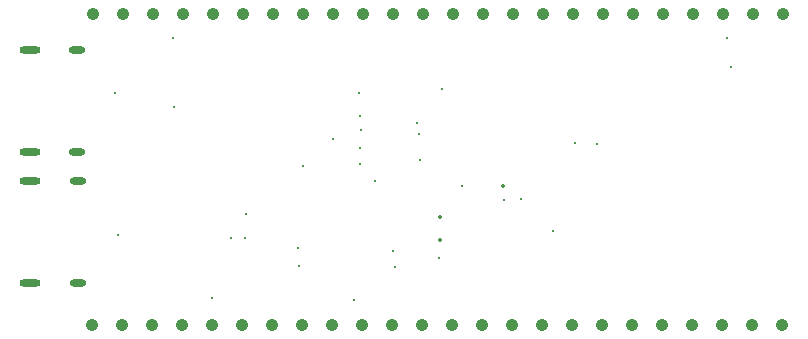
<source format=gbr>
%TF.GenerationSoftware,Altium Limited,Altium Designer,24.1.2 (44)*%
G04 Layer_Color=0*
%FSLAX45Y45*%
%MOMM*%
%TF.SameCoordinates,B732CBCC-E828-4C79-96F4-07D60C07BBD8*%
%TF.FilePolarity,Positive*%
%TF.FileFunction,Plated,1,2,PTH,Drill*%
%TF.Part,Single*%
G01*
G75*
%TA.AperFunction,ComponentDrill*%
%ADD78C,1.06680*%
%ADD79O,1.80000X0.60000*%
%ADD80O,1.40000X0.60000*%
%TA.AperFunction,ViaDrill,NotFilled*%
%ADD81C,0.35000*%
%ADD82C,0.32000*%
D78*
X714500Y2785000D02*
D03*
X968500D02*
D03*
X1222500D02*
D03*
X1476500D02*
D03*
X1730500D02*
D03*
X1984500D02*
D03*
X2238500D02*
D03*
X2492500D02*
D03*
X2746500D02*
D03*
X3000500D02*
D03*
X3254500D02*
D03*
X3508500D02*
D03*
X3762500D02*
D03*
X4016500D02*
D03*
X4270500D02*
D03*
X4524500D02*
D03*
X4778500D02*
D03*
X5032500D02*
D03*
X5286500D02*
D03*
X5540500D02*
D03*
X5794500D02*
D03*
X6048500D02*
D03*
X6302500D02*
D03*
X6556500D02*
D03*
X706500Y157500D02*
D03*
X960500D02*
D03*
X1214500D02*
D03*
X1468500D02*
D03*
X1722500D02*
D03*
X1976500D02*
D03*
X2230500D02*
D03*
X2484500D02*
D03*
X2738500D02*
D03*
X2992500D02*
D03*
X3246500D02*
D03*
X3500500D02*
D03*
X3754500D02*
D03*
X4008500D02*
D03*
X4262500D02*
D03*
X4516500D02*
D03*
X4770500D02*
D03*
X5024500D02*
D03*
X5278500D02*
D03*
X5532500D02*
D03*
X5786500D02*
D03*
X6040500D02*
D03*
X6294500D02*
D03*
X6548500D02*
D03*
D79*
X182500Y2484500D02*
D03*
Y1620500D02*
D03*
X187500Y1374000D02*
D03*
Y510000D02*
D03*
D80*
X582500Y2484500D02*
D03*
Y1620500D02*
D03*
X587500Y1374000D02*
D03*
Y510000D02*
D03*
D81*
X3655000Y1065000D02*
D03*
X3652500Y877500D02*
D03*
X4190000Y1335000D02*
D03*
D82*
X6115000Y2340002D02*
D03*
X2452500Y802500D02*
D03*
X2457500Y650000D02*
D03*
X4336890Y1224980D02*
D03*
X4200000Y1215000D02*
D03*
X2980000Y1515000D02*
D03*
X2975000Y1650000D02*
D03*
X2752500Y1725000D02*
D03*
X1400000Y1997500D02*
D03*
X3667644Y2153800D02*
D03*
X6086586Y2587809D02*
D03*
X2496400Y1499522D02*
D03*
X3462500Y1865000D02*
D03*
X4610000Y952500D02*
D03*
X4984080Y1688420D02*
D03*
X4797500Y1695000D02*
D03*
X2967500Y2115000D02*
D03*
X2982500Y1805000D02*
D03*
X2980000Y1927500D02*
D03*
X3473455Y1768909D02*
D03*
X3487500Y1555000D02*
D03*
X3845000Y1335000D02*
D03*
X3272500Y645000D02*
D03*
X1887500Y890000D02*
D03*
X2012500Y1097500D02*
D03*
X3260000Y777500D02*
D03*
X3650000Y720000D02*
D03*
X2930000Y362000D02*
D03*
X1727500Y380000D02*
D03*
X3102155Y1372142D02*
D03*
X2003685Y891185D02*
D03*
X1394923Y2580000D02*
D03*
X927500Y917500D02*
D03*
X905000Y2117500D02*
D03*
%TF.MD5,fb547e314868928e116b3abb6f0f3786*%
M02*

</source>
